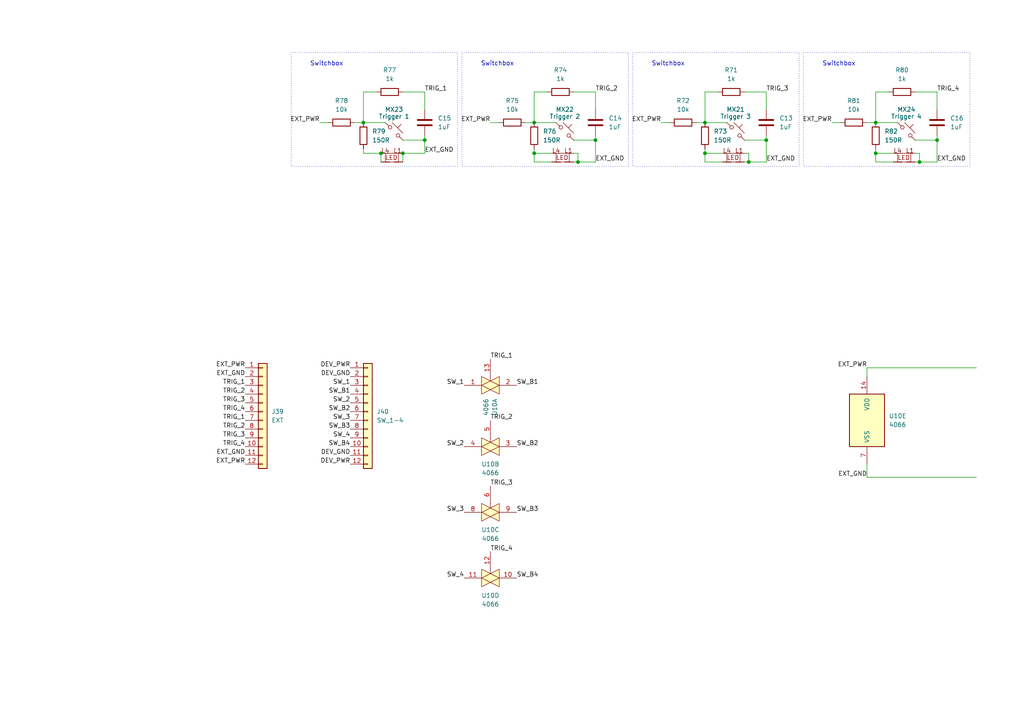
<source format=kicad_sch>
(kicad_sch (version 20231120) (generator "eeschema") (generator_version "8.0")
  (paper "A4")
  (title_block (title "Audio Thing Template") (rev "1.0") (company "velvia-fifty") (comment 1 "https://github.com/velvia-fifty/AudioThings") (comment 2 "You should have changed this already :)") (comment 4 "Stay humble"))
  (lib_symbols
    (symbol "4xxx:4066" (pin_names (offset 1.016))
      (property "Reference" "U" (at -7.62 8.89 0))
      (property "Value" "4066" (at -7.62 -8.89 0))
      (symbol "4066_1_0"
        (polyline (pts (xy 0 1.27) (xy 0 2.54)) (stroke (width 0.1524)))
        (polyline (pts (xy -2.54 0) (xy 2.54 2.54) (xy 2.54 -2.54) (xy -2.54 0)) (fill (type background)))
        (polyline (pts (xy -2.54 2.54) (xy 2.54 0) (xy -2.54 -2.54) (xy -2.54 2.54)) (fill (type background)))
        (pin passive line (at -7.62 0 0) (length 5.08) (name "~") (number "1"))
        (pin input line (at 0 7.62 270) (length 5.08) (name "~") (number "13"))
        (pin passive line (at 7.62 0 180) (length 5.08) (name "~") (number "2"))
      )
      (symbol "4066_2_0"
        (polyline (pts (xy 0 1.27) (xy 0 2.54)) (stroke (width 0.1524)))
        (polyline (pts (xy -2.54 0) (xy 2.54 2.54) (xy 2.54 -2.54) (xy -2.54 0)) (fill (type background)))
        (polyline (pts (xy -2.54 2.54) (xy 2.54 0) (xy -2.54 -2.54) (xy -2.54 2.54)) (fill (type background)))
        (pin passive line (at 7.62 0 180) (length 5.08) (name "~") (number "3"))
        (pin passive line (at -7.62 0 0) (length 5.08) (name "~") (number "4"))
        (pin input line (at 0 7.62 270) (length 5.08) (name "~") (number "5"))
      )
      (symbol "4066_3_0"
        (polyline (pts (xy 0 1.27) (xy 0 2.54)) (stroke (width 0.1524)))
        (polyline (pts (xy -2.54 0) (xy 2.54 2.54) (xy 2.54 -2.54) (xy -2.54 0)) (fill (type background)))
        (polyline (pts (xy -2.54 2.54) (xy 2.54 0) (xy -2.54 -2.54) (xy -2.54 2.54)) (fill (type background)))
        (pin input line (at 0 7.62 270) (length 5.08) (name "~") (number "6"))
        (pin passive line (at -7.62 0 0) (length 5.08) (name "~") (number "8"))
        (pin passive line (at 7.62 0 180) (length 5.08) (name "~") (number "9"))
      )
      (symbol "4066_4_0"
        (polyline (pts (xy 0 1.27) (xy 0 2.54)) (stroke (width 0.1524)))
        (polyline (pts (xy -2.54 0) (xy 2.54 2.54) (xy 2.54 -2.54) (xy -2.54 0)) (fill (type background)))
        (polyline (pts (xy -2.54 2.54) (xy 2.54 0) (xy -2.54 -2.54) (xy -2.54 2.54)) (fill (type background)))
        (pin passive line (at 7.62 0 180) (length 5.08) (name "~") (number "10"))
        (pin passive line (at -7.62 0 0) (length 5.08) (name "~") (number "11"))
        (pin input line (at 0 7.62 270) (length 5.08) (name "~") (number "12"))
      )
      (symbol "4066_5_0"
        (pin power_in line (at 0 12.7 270) (length 5.08) (name "VDD") (number "14"))
        (pin power_in line (at 0 -12.7 90) (length 5.08) (name "VSS") (number "7"))
      )
      (symbol "4066_5_1"
        (rectangle (start -5.08 7.62) (end 5.08 -7.62) (stroke (width 0.254)) (fill (type background)))
      )
    )
    (symbol "AT-Symbols:MX_SW_HS_W_LED" (pin_numbers hide) (pin_names (offset 1.016) hide)
      (property "Reference" "MX" (at 3.048 1.016 0))
      (property "Value" "MX_SW_HS" (at 0 -3.81 0))
      (symbol "MX_SW_HS_W_LED_0_1"
        (circle (center -1.1684 1.1684) (radius 0.508))
        (polyline (pts (xy -0.508 2.54) (xy 2.54 -0.508)))
        (polyline (pts (xy 1.016 1.016) (xy 2.032 2.032)))
        (polyline (pts (xy -2.54 2.54) (xy -1.524 1.524) (xy -1.524 1.524)))
        (polyline (pts (xy 1.524 -1.524) (xy 2.54 -2.54) (xy 2.54 -2.54) (xy 2.54 -2.54)))
        (circle (center 1.143 -1.1938) (radius 0.508))
        (pin passive line (at -2.54 2.54 0) (length 0) (name "1") (number "1"))
        (pin passive line (at 2.54 -2.54 180) (length 0) (name "2") (number "2"))
      )
      (symbol "MX_SW_HS_W_LED_1_1"
        (rectangle (start -2.54 -6.35) (end 1.27 -8.89))
        (text "L1" (at 1.016 -5.588 0) (effects (font (size 1.27 1.27))))
        (text "L4" (at -2.54 -5.588 0) (effects (font (size 1.27 1.27))))
        (text "LED" (at -0.762 -7.62 0) (effects (font (size 1.27 1.27))))
        (pin input line (at 2.54 -8.89 180) (length 2.54) (name "L2") (number ""))
        (pin input line (at -3.81 -8.89 0) (length 2.54) (name "L3") (number ""))
        (pin input line (at -3.81 -6.35 0) (length 2.54) (name "L4") (number ""))
        (pin input line (at 2.54 -6.35 180) (length 2.54) (name "L1") (number "L1"))
      )
    )
    (symbol "Connector_Generic:Conn_01x12" (pin_names (offset 1.016) hide)
      (property "Reference" "J" (at 0 15.24 0))
      (property "Value" "Conn_01x12" (at 0 -17.78 0))
      (symbol "Conn_01x12_1_1"
        (rectangle (start -1.27 -15.113) (end 0 -15.367) (stroke (width 0.1524)))
        (rectangle (start -1.27 -12.573) (end 0 -12.827) (stroke (width 0.1524)))
        (rectangle (start -1.27 -10.033) (end 0 -10.287) (stroke (width 0.1524)))
        (rectangle (start -1.27 -7.493) (end 0 -7.747) (stroke (width 0.1524)))
        (rectangle (start -1.27 -4.953) (end 0 -5.207) (stroke (width 0.1524)))
        (rectangle (start -1.27 -2.413) (end 0 -2.667) (stroke (width 0.1524)))
        (rectangle (start -1.27 0.127) (end 0 -0.127) (stroke (width 0.1524)))
        (rectangle (start -1.27 2.667) (end 0 2.413) (stroke (width 0.1524)))
        (rectangle (start -1.27 5.207) (end 0 4.953) (stroke (width 0.1524)))
        (rectangle (start -1.27 7.747) (end 0 7.493) (stroke (width 0.1524)))
        (rectangle (start -1.27 10.287) (end 0 10.033) (stroke (width 0.1524)))
        (rectangle (start -1.27 12.827) (end 0 12.573) (stroke (width 0.1524)))
        (rectangle (start -1.27 13.97) (end 1.27 -16.51) (stroke (width 0.254)) (fill (type background)))
        (pin passive line (at -5.08 12.7 0) (length 3.81) (name "Pin_1") (number "1"))
        (pin passive line (at -5.08 -10.16 0) (length 3.81) (name "Pin_10") (number "10"))
        (pin passive line (at -5.08 -12.7 0) (length 3.81) (name "Pin_11") (number "11"))
        (pin passive line (at -5.08 -15.24 0) (length 3.81) (name "Pin_12") (number "12"))
        (pin passive line (at -5.08 10.16 0) (length 3.81) (name "Pin_2") (number "2"))
        (pin passive line (at -5.08 7.62 0) (length 3.81) (name "Pin_3") (number "3"))
        (pin passive line (at -5.08 5.08 0) (length 3.81) (name "Pin_4") (number "4"))
        (pin passive line (at -5.08 2.54 0) (length 3.81) (name "Pin_5") (number "5"))
        (pin passive line (at -5.08 0 0) (length 3.81) (name "Pin_6") (number "6"))
        (pin passive line (at -5.08 -2.54 0) (length 3.81) (name "Pin_7") (number "7"))
        (pin passive line (at -5.08 -5.08 0) (length 3.81) (name "Pin_8") (number "8"))
        (pin passive line (at -5.08 -7.62 0) (length 3.81) (name "Pin_9") (number "9"))
      )
    )
    (symbol "Device:C" (pin_numbers hide) (pin_names (offset 0.254))
      (property "Reference" "C" (at 0.635 2.54 0))
      (property "Value" "C" (at 0.635 -2.54 0))
      (symbol "C_0_1"
        (polyline (pts (xy -2.032 -0.762) (xy 2.032 -0.762)) (stroke (width 0.508)))
        (polyline (pts (xy -2.032 0.762) (xy 2.032 0.762)) (stroke (width 0.508)))
      )
      (symbol "C_1_1"
        (pin passive line (at 0 3.81 270) (length 2.794) (name "~") (number "1"))
        (pin passive line (at 0 -3.81 90) (length 2.794) (name "~") (number "2"))
      )
    )
    (symbol "Device:R" (pin_numbers hide) (pin_names (offset 0))
      (property "Reference" "R" (at 2.032 0 90))
      (property "Value" "R" (at 0 0 90))
      (symbol "R_0_1"
        (rectangle (start -1.016 -2.54) (end 1.016 2.54) (stroke (width 0.254)))
      )
      (symbol "R_1_1"
        (pin passive line (at 0 3.81 270) (length 1.27) (name "~") (number "1"))
        (pin passive line (at 0 -3.81 90) (length 1.27) (name "~") (number "2"))
      )
    )
  )
  (junction (at 123.19 40.64))
  (junction (at 172.72 40.64))
  (junction (at 204.47 44.45))
  (junction (at 167.64 46.99))
  (junction (at 110.49 44.45))
  (junction (at 105.41 35.56))
  (junction (at 204.47 35.56))
  (junction (at 254 35.56))
  (junction (at 254 44.45))
  (junction (at 154.94 44.45))
  (junction (at 271.78 40.64))
  (junction (at 222.25 40.64))
  (junction (at 266.7 46.99))
  (junction (at 116.84 44.45))
  (junction (at 154.94 35.56))
  (junction (at 217.17 46.99))
  (wire (pts (xy 167.64 44.45) (xy 166.37 44.45)))
  (wire (pts (xy 251.46 138.43) (xy 251.46 134.62)))
  (wire (pts (xy 167.64 46.99) (xy 172.72 46.99)))
  (wire (pts (xy 265.43 26.67) (xy 271.78 26.67)))
  (wire (pts (xy 166.37 26.67) (xy 172.72 26.67)))
  (wire (pts (xy 105.41 35.56) (xy 111.76 35.56)))
  (wire (pts (xy 154.94 43.18) (xy 154.94 44.45)))
  (wire (pts (xy 251.46 138.43) (xy 283.21 138.43)))
  (wire (pts (xy 166.37 46.99) (xy 167.64 46.99)))
  (wire (pts (xy 110.49 44.45) (xy 105.41 44.45)))
  (wire (pts (xy 204.47 26.67) (xy 204.47 35.56)))
  (wire (pts (xy 265.43 40.64) (xy 271.78 40.64)))
  (wire (pts (xy 204.47 35.56) (xy 210.82 35.56)))
  (wire (pts (xy 201.93 35.56) (xy 204.47 35.56)))
  (wire (pts (xy 271.78 40.64) (xy 271.78 39.37)))
  (wire (pts (xy 254 44.45) (xy 259.08 44.45)))
  (wire (pts (xy 222.25 46.99) (xy 222.25 40.64)))
  (wire (pts (xy 254 46.99) (xy 254 44.45)))
  (wire (pts (xy 172.72 31.75) (xy 172.72 26.67)))
  (wire (pts (xy 204.47 43.18) (xy 204.47 44.45)))
  (wire (pts (xy 102.87 35.56) (xy 105.41 35.56)))
  (wire (pts (xy 215.9 26.67) (xy 222.25 26.67)))
  (wire (pts (xy 215.9 46.99) (xy 217.17 46.99)))
  (wire (pts (xy 116.84 44.45) (xy 116.84 46.99)))
  (wire (pts (xy 208.28 26.67) (xy 204.47 26.67)))
  (wire (pts (xy 154.94 44.45) (xy 160.02 44.45)))
  (wire (pts (xy 254 46.99) (xy 259.08 46.99)))
  (wire (pts (xy 217.17 44.45) (xy 215.9 44.45)))
  (wire (pts (xy 166.37 40.64) (xy 172.72 40.64)))
  (wire (pts (xy 254 43.18) (xy 254 44.45)))
  (wire (pts (xy 110.49 44.45) (xy 110.49 46.99)))
  (wire (pts (xy 266.7 44.45) (xy 265.43 44.45)))
  (wire (pts (xy 154.94 26.67) (xy 154.94 35.56)))
  (wire (pts (xy 257.81 26.67) (xy 254 26.67)))
  (wire (pts (xy 167.64 44.45) (xy 167.64 46.99)))
  (wire (pts (xy 251.46 35.56) (xy 254 35.56)))
  (wire (pts (xy 217.17 44.45) (xy 217.17 46.99)))
  (wire (pts (xy 204.47 46.99) (xy 209.55 46.99)))
  (wire (pts (xy 105.41 26.67) (xy 105.41 35.56)))
  (wire (pts (xy 254 35.56) (xy 260.35 35.56)))
  (wire (pts (xy 265.43 46.99) (xy 266.7 46.99)))
  (wire (pts (xy 204.47 44.45) (xy 209.55 44.45)))
  (wire (pts (xy 154.94 46.99) (xy 160.02 46.99)))
  (wire (pts (xy 251.46 106.68) (xy 251.46 109.22)))
  (wire (pts (xy 266.7 44.45) (xy 266.7 46.99)))
  (wire (pts (xy 123.19 31.75) (xy 123.19 26.67)))
  (wire (pts (xy 109.22 26.67) (xy 105.41 26.67)))
  (wire (pts (xy 251.46 106.68) (xy 283.21 106.68)))
  (wire (pts (xy 241.3 35.56) (xy 243.84 35.56)))
  (wire (pts (xy 154.94 35.56) (xy 161.29 35.56)))
  (wire (pts (xy 154.94 46.99) (xy 154.94 44.45)))
  (wire (pts (xy 266.7 46.99) (xy 271.78 46.99)))
  (wire (pts (xy 222.25 31.75) (xy 222.25 26.67)))
  (wire (pts (xy 116.84 26.67) (xy 123.19 26.67)))
  (wire (pts (xy 254 26.67) (xy 254 35.56)))
  (wire (pts (xy 172.72 46.99) (xy 172.72 40.64)))
  (wire (pts (xy 142.24 35.56) (xy 144.78 35.56)))
  (wire (pts (xy 123.19 40.64) (xy 123.19 39.37)))
  (wire (pts (xy 158.75 26.67) (xy 154.94 26.67)))
  (wire (pts (xy 92.71 35.56) (xy 95.25 35.56)))
  (wire (pts (xy 215.9 40.64) (xy 222.25 40.64)))
  (wire (pts (xy 105.41 44.45) (xy 105.41 43.18)))
  (wire (pts (xy 116.84 40.64) (xy 123.19 40.64)))
  (wire (pts (xy 152.4 35.56) (xy 154.94 35.56)))
  (wire (pts (xy 217.17 46.99) (xy 222.25 46.99)))
  (wire (pts (xy 271.78 31.75) (xy 271.78 26.67)))
  (wire (pts (xy 271.78 46.99) (xy 271.78 40.64)))
  (wire (pts (xy 172.72 40.64) (xy 172.72 39.37)))
  (wire (pts (xy 116.84 44.45) (xy 123.19 44.45)))
  (wire (pts (xy 191.77 35.56) (xy 194.31 35.56)))
  (wire (pts (xy 123.19 44.45) (xy 123.19 40.64)))
  (wire (pts (xy 222.25 40.64) (xy 222.25 39.37)))
  (wire (pts (xy 204.47 46.99) (xy 204.47 44.45)))
  (rectangle (start 84.455 15.24) (end 132.715 48.26) (stroke (width 0) (type dot)))
  (rectangle (start 233.045 15.24) (end 281.305 48.26) (stroke (width 0) (type dot)))
  (rectangle (start 133.985 15.24) (end 182.245 48.26) (stroke (width 0) (type dot)))
  (rectangle (start 183.515 15.24) (end 231.775 48.26) (stroke (width 0) (type dot)))
  (text "Switchbox" (at 193.802 18.542 0) (effects (font (size 1.27 1.27))))
  (text "Switchbox" (at 243.332 18.542 0) (effects (font (size 1.27 1.27))))
  (text "Switchbox" (at 144.272 18.542 0) (effects (font (size 1.27 1.27))))
  (text "Switchbox" (at 94.742 18.542 0) (effects (font (size 1.27 1.27))))
  (label "EXT_PWR" (at 142.24 35.56 180))
  (label "TRIG_4" (at 71.12 119.38 180))
  (label "SW_2" (at 101.6 116.84 180))
  (label "EXT_PWR" (at 251.46 106.68 180))
  (label "TRIG_3" (at 222.25 26.67 0))
  (label "DEV_GND" (at 101.6 132.08 180))
  (label "SW_B1" (at 101.6 114.3 180))
  (label "SW_B2" (at 101.6 119.38 180))
  (label "TRIG_3" (at 142.24 140.97 0))
  (label "TRIG_2" (at 142.24 121.92 0))
  (label "TRIG_4" (at 271.78 26.67 0))
  (label "SW_2" (at 134.62 129.54 180))
  (label "EXT_GND" (at 123.19 44.45 0))
  (label "SW_1" (at 101.6 111.76 180))
  (label "EXT_GND" (at 172.72 46.99 0))
  (label "TRIG_4" (at 71.12 129.54 180))
  (label "EXT_GND" (at 71.12 109.22 180))
  (label "SW_B2" (at 149.86 129.54 0))
  (label "SW_B3" (at 149.86 148.59 0))
  (label "SW_4" (at 101.6 127 180))
  (label "TRIG_1" (at 71.12 111.76 180))
  (label "DEV_PWR" (at 101.6 106.68 180))
  (label "TRIG_3" (at 71.12 116.84 180))
  (label "DEV_PWR" (at 101.6 134.62 180))
  (label "EXT_PWR" (at 71.12 106.68 180))
  (label "TRIG_2" (at 71.12 124.46 180))
  (label "TRIG_1" (at 142.24 104.14 0))
  (label "SW_B1" (at 149.86 111.76 0))
  (label "EXT_PWR" (at 191.77 35.56 180))
  (label "TRIG_1" (at 71.12 121.92 180))
  (label "DEV_GND" (at 101.6 109.22 180))
  (label "TRIG_1" (at 123.19 26.67 0))
  (label "EXT_GND" (at 71.12 132.08 180))
  (label "SW_4" (at 134.62 167.64 180))
  (label "EXT_PWR" (at 92.71 35.56 180))
  (label "SW_1" (at 134.62 111.76 180))
  (label "EXT_GND" (at 251.46 138.43 180))
  (label "TRIG_3" (at 71.12 127 180))
  (label "EXT_PWR" (at 71.12 134.62 180))
  (label "SW_B4" (at 149.86 167.64 0))
  (label "SW_B3" (at 101.6 124.46 180))
  (label "TRIG_2" (at 71.12 114.3 180))
  (label "EXT_GND" (at 222.25 46.99 0))
  (label "TRIG_4" (at 142.24 160.02 0))
  (label "SW_3" (at 134.62 148.59 180))
  (label "SW_3" (at 101.6 121.92 180))
  (label "TRIG_2" (at 172.72 26.67 0))
  (label "SW_B4" (at 101.6 129.54 180))
  (label "EXT_PWR" (at 241.3 35.56 180))
  (label "EXT_GND" (at 271.78 46.99 0))
  (symbol (lib_id "4xxx:4066") (at 142.24 148.59 0) (unit 3)
    (property "Reference" "U10" (at 142.24 153.67 0))
    (property "Value" "4066" (at 142.24 156.21 0))
    (property "Footprint" "Package_DFN_QFN:DHVQFN-14-1EP_2.5x3mm_P0.5mm_EP1x1.5mm" (effects (hide yes)))
    (property "Datasheet" "http://www.ti.com/lit/ds/symlink/cd4066b.pdf" (effects (hide yes)))
    (property "Description" "Quad Analog Switches" (effects (hide yes)))
  )
  (symbol (lib_id "Device:R") (at 247.65 35.56 90) (unit 1)
    (property "Reference" "R81" (at 247.65 29.21 90))
    (property "Value" "10k" (at 247.65 31.75 90))
    (property "Footprint" "Resistor_SMD:R_0805_2012Metric_Pad1.20x1.40mm_HandSolder" (effects (hide yes)))
    (property "Description" "Resistor" (effects (hide yes)))
  )
  (symbol (lib_id "Device:C") (at 172.72 35.56 0) (unit 1)
    (property "Reference" "C14" (at 176.53 34.2899 0) (effects (justify left)))
    (property "Value" "1uF" (at 176.53 36.8299 0) (effects (justify left)))
    (property "Footprint" "Capacitor_SMD:C_0805_2012Metric_Pad1.18x1.45mm_HandSolder" (effects (hide yes)))
    (property "Description" "Unpolarized capacitor" (effects (hide yes)))
  )
  (symbol (lib_id "Device:R") (at 154.94 39.37 0) (unit 1)
    (property "Reference" "R76" (at 157.48 38.0999 0) (effects (justify left)))
    (property "Value" "150R" (at 157.48 40.6399 0) (effects (justify left)))
    (property "Footprint" "Resistor_SMD:R_0805_2012Metric_Pad1.20x1.40mm_HandSolder" (effects (hide yes)))
    (property "Description" "Resistor" (effects (hide yes)))
  )
  (symbol (lib_id "4xxx:4066") (at 142.24 167.64 0) (unit 4)
    (property "Reference" "U10" (at 142.24 172.72 0))
    (property "Value" "4066" (at 142.24 175.26 0))
    (property "Footprint" "Package_DFN_QFN:DHVQFN-14-1EP_2.5x3mm_P0.5mm_EP1x1.5mm" (effects (hide yes)))
    (property "Datasheet" "http://www.ti.com/lit/ds/symlink/cd4066b.pdf" (effects (hide yes)))
    (property "Description" "Quad Analog Switches" (effects (hide yes)))
  )
  (symbol (lib_id "Device:C") (at 123.19 35.56 0) (unit 1)
    (property "Reference" "C15" (at 127 34.2899 0) (effects (justify left)))
    (property "Value" "1uF" (at 127 36.8299 0) (effects (justify left)))
    (property "Footprint" "Capacitor_SMD:C_0805_2012Metric_Pad1.18x1.45mm_HandSolder" (effects (hide yes)))
    (property "Description" "Unpolarized capacitor" (effects (hide yes)))
  )
  (symbol (lib_id "Device:R") (at 198.12 35.56 90) (unit 1)
    (property "Reference" "R72" (at 198.12 29.21 90))
    (property "Value" "10k" (at 198.12 31.75 90))
    (property "Footprint" "Resistor_SMD:R_0805_2012Metric_Pad1.20x1.40mm_HandSolder" (effects (hide yes)))
    (property "Description" "Resistor" (effects (hide yes)))
  )
  (symbol (lib_id "Device:R") (at 105.41 39.37 0) (unit 1)
    (property "Reference" "R79" (at 107.95 38.0999 0) (effects (justify left)))
    (property "Value" "150R" (at 107.95 40.6399 0) (effects (justify left)))
    (property "Footprint" "Resistor_SMD:R_0805_2012Metric_Pad1.20x1.40mm_HandSolder" (effects (hide yes)))
    (property "Description" "Resistor" (effects (hide yes)))
  )
  (symbol (lib_id "Device:R") (at 254 39.37 0) (unit 1)
    (property "Reference" "R82" (at 256.54 38.0999 0) (effects (justify left)))
    (property "Value" "150R" (at 256.54 40.6399 0) (effects (justify left)))
    (property "Footprint" "Resistor_SMD:R_0805_2012Metric_Pad1.20x1.40mm_HandSolder" (effects (hide yes)))
    (property "Description" "Resistor" (effects (hide yes)))
  )
  (symbol (lib_id "Device:R") (at 162.56 26.67 90) (unit 1)
    (property "Reference" "R74" (at 162.56 20.32 90))
    (property "Value" "1k" (at 162.56 22.86 90))
    (property "Footprint" "Resistor_SMD:R_0805_2012Metric_Pad1.20x1.40mm_HandSolder" (effects (hide yes)))
    (property "Description" "Resistor" (effects (hide yes)))
  )
  (symbol (lib_id "4xxx:4066") (at 142.24 111.76 0) (unit 1)
    (property "Reference" "U10" (at 143.5101 115.57 90) (effects (justify right)))
    (property "Value" "4066" (at 140.9701 115.57 90) (effects (justify right)))
    (property "Footprint" "Package_DFN_QFN:DHVQFN-14-1EP_2.5x3mm_P0.5mm_EP1x1.5mm" (effects (hide yes)))
    (property "Datasheet" "http://www.ti.com/lit/ds/symlink/cd4066b.pdf" (effects (hide yes)))
    (property "Description" "Quad Analog Switches" (effects (hide yes)))
  )
  (symbol (lib_id "Device:C") (at 271.78 35.56 0) (unit 1)
    (property "Reference" "C16" (at 275.59 34.2899 0) (effects (justify left)))
    (property "Value" "1uF" (at 275.59 36.8299 0) (effects (justify left)))
    (property "Footprint" "Capacitor_SMD:C_0805_2012Metric_Pad1.18x1.45mm_HandSolder" (effects (hide yes)))
    (property "Description" "Unpolarized capacitor" (effects (hide yes)))
  )
  (symbol (lib_id "4xxx:4066") (at 251.46 121.92 0) (unit 5)
    (property "Reference" "U10" (at 257.81 120.6499 0) (effects (justify left)))
    (property "Value" "4066" (at 257.81 123.1899 0) (effects (justify left)))
    (property "Footprint" "Package_DFN_QFN:DHVQFN-14-1EP_2.5x3mm_P0.5mm_EP1x1.5mm" (effects (hide yes)))
    (property "Datasheet" "http://www.ti.com/lit/ds/symlink/cd4066b.pdf" (effects (hide yes)))
    (property "Description" "Quad Analog Switches" (effects (hide yes)))
  )
  (symbol (lib_id "Connector_Generic:Conn_01x12") (at 106.68 119.38 0) (unit 1)
    (property "Reference" "J40" (at 109.22 119.3799 0) (effects (justify left)))
    (property "Value" "SW_1-4" (at 109.22 121.9199 0) (effects (justify left)))
    (property "Footprint" "AT-Footprints:JST_SHL 12pin w pads" (effects (hide yes)))
    (property "Description" "Generic connector, single row, 01x12, script generated (kicad-library-utils/schlib/autogen/connector/)" (effects (hide yes)))
  )
  (symbol (lib_id "Device:R") (at 204.47 39.37 0) (unit 1)
    (property "Reference" "R73" (at 207.01 38.0999 0) (effects (justify left)))
    (property "Value" "150R" (at 207.01 40.6399 0) (effects (justify left)))
    (property "Footprint" "Resistor_SMD:R_0805_2012Metric_Pad1.20x1.40mm_HandSolder" (effects (hide yes)))
    (property "Description" "Resistor" (effects (hide yes)))
  )
  (symbol (lib_id "AT-Symbols:MX_SW_HS_W_LED") (at 114.3 38.1 0) (unit 1)
    (property "Reference" "MX23" (at 114.3 31.75 0))
    (property "Value" "Trigger 1" (at 114.3 33.782 0))
    (property "Footprint" "AT-Footprints:SW_Hotswap_Kailh_MX_Plated_1206R LED" (effects (hide yes)))
    (property "Description" "Push button switch, normally open, two pins, 45° tilted, Kailh CPG151101S11 for Cherry MX style switches" (effects (hide yes)))
  )
  (symbol (lib_id "Device:C") (at 222.25 35.56 0) (unit 1)
    (property "Reference" "C13" (at 226.06 34.2899 0) (effects (justify left)))
    (property "Value" "1uF" (at 226.06 36.8299 0) (effects (justify left)))
    (property "Footprint" "Capacitor_SMD:C_0805_2012Metric_Pad1.18x1.45mm_HandSolder" (effects (hide yes)))
    (property "Description" "Unpolarized capacitor" (effects (hide yes)))
  )
  (symbol (lib_id "Device:R") (at 148.59 35.56 90) (unit 1)
    (property "Reference" "R75" (at 148.59 29.21 90))
    (property "Value" "10k" (at 148.59 31.75 90))
    (property "Footprint" "Resistor_SMD:R_0805_2012Metric_Pad1.20x1.40mm_HandSolder" (effects (hide yes)))
    (property "Description" "Resistor" (effects (hide yes)))
  )
  (symbol (lib_id "Connector_Generic:Conn_01x12") (at 76.2 119.38 0) (unit 1)
    (property "Reference" "J39" (at 78.74 119.3799 0) (effects (justify left)))
    (property "Value" "EXT" (at 78.74 121.9199 0) (effects (justify left)))
    (property "Footprint" "AT-Footprints:JST_SHL 12pin w pads" (effects (hide yes)))
    (property "Description" "Generic connector, single row, 01x12, script generated (kicad-library-utils/schlib/autogen/connector/)" (effects (hide yes)))
  )
  (symbol (lib_id "AT-Symbols:MX_SW_HS_W_LED") (at 163.83 38.1 0) (unit 1)
    (property "Reference" "MX22" (at 163.83 31.75 0))
    (property "Value" "Trigger 2" (at 163.83 33.782 0))
    (property "Footprint" "AT-Footprints:SW_Hotswap_Kailh_MX_Plated_1206R LED" (effects (hide yes)))
    (property "Description" "Push button switch, normally open, two pins, 45° tilted, Kailh CPG151101S11 for Cherry MX style switches" (effects (hide yes)))
  )
  (symbol (lib_id "Device:R") (at 113.03 26.67 90) (unit 1)
    (property "Reference" "R77" (at 113.03 20.32 90))
    (property "Value" "1k" (at 113.03 22.86 90))
    (property "Footprint" "Resistor_SMD:R_0805_2012Metric_Pad1.20x1.40mm_HandSolder" (effects (hide yes)))
    (property "Description" "Resistor" (effects (hide yes)))
  )
  (symbol (lib_id "Device:R") (at 261.62 26.67 90) (unit 1)
    (property "Reference" "R80" (at 261.62 20.32 90))
    (property "Value" "1k" (at 261.62 22.86 90))
    (property "Footprint" "Resistor_SMD:R_0805_2012Metric_Pad1.20x1.40mm_HandSolder" (effects (hide yes)))
    (property "Description" "Resistor" (effects (hide yes)))
  )
  (symbol (lib_id "4xxx:4066") (at 142.24 129.54 0) (unit 2)
    (property "Reference" "U10" (at 142.24 134.62 0))
    (property "Value" "4066" (at 142.24 137.16 0))
    (property "Footprint" "Package_DFN_QFN:DHVQFN-14-1EP_2.5x3mm_P0.5mm_EP1x1.5mm" (effects (hide yes)))
    (property "Datasheet" "http://www.ti.com/lit/ds/symlink/cd4066b.pdf" (effects (hide yes)))
    (property "Description" "Quad Analog Switches" (effects (hide yes)))
  )
  (symbol (lib_id "AT-Symbols:MX_SW_HS_W_LED") (at 213.36 38.1 0) (unit 1)
    (property "Reference" "MX21" (at 213.36 31.75 0))
    (property "Value" "Trigger 3" (at 213.36 33.782 0))
    (property "Footprint" "AT-Footprints:SW_Hotswap_Kailh_MX_Plated_1206R LED" (effects (hide yes)))
    (property "Description" "Push button switch, normally open, two pins, 45° tilted, Kailh CPG151101S11 for Cherry MX style switches" (effects (hide yes)))
  )
  (symbol (lib_id "Device:R") (at 99.06 35.56 90) (unit 1)
    (property "Reference" "R78" (at 99.06 29.21 90))
    (property "Value" "10k" (at 99.06 31.75 90))
    (property "Footprint" "Resistor_SMD:R_0805_2012Metric_Pad1.20x1.40mm_HandSolder" (effects (hide yes)))
    (property "Description" "Resistor" (effects (hide yes)))
  )
  (symbol (lib_id "Device:R") (at 212.09 26.67 90) (unit 1)
    (property "Reference" "R71" (at 212.09 20.32 90))
    (property "Value" "1k" (at 212.09 22.86 90))
    (property "Footprint" "Resistor_SMD:R_0805_2012Metric_Pad1.20x1.40mm_HandSolder" (effects (hide yes)))
    (property "Description" "Resistor" (effects (hide yes)))
  )
  (symbol (lib_id "AT-Symbols:MX_SW_HS_W_LED") (at 262.89 38.1 0) (unit 1)
    (property "Reference" "MX24" (at 262.89 31.75 0))
    (property "Value" "Trigger 4" (at 262.89 33.782 0))
    (property "Footprint" "AT-Footprints:SW_Hotswap_Kailh_MX_Plated_1206R LED" (effects (hide yes)))
    (property "Description" "Push button switch, normally open, two pins, 45° tilted, Kailh CPG151101S11 for Cherry MX style switches" (effects (hide yes)))
  )
)
</source>
